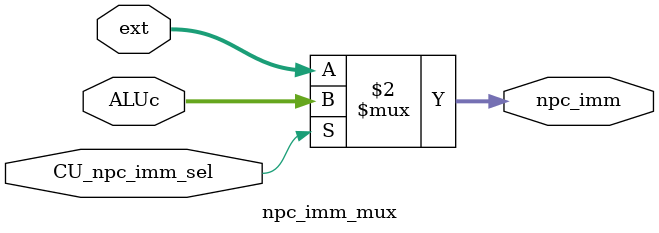
<source format=v>
`timescale 1ns / 1ps


module npc_imm_mux(
    input wire [31:0] ALUc,
    input wire [31:0] ext,
    input CU_npc_imm_sel,
    
    output wire [31:0] npc_imm

    );

    assign npc_imm = (CU_npc_imm_sel == 0) ? ext : ALUc;

endmodule

</source>
